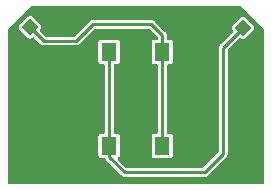
<source format=gbr>
%TF.GenerationSoftware,KiCad,Pcbnew,7.0.6*%
%TF.CreationDate,2023-09-26T13:21:33-07:00*%
%TF.ProjectId,snes_trigger_tactile,736e6573-5f74-4726-9967-6765725f7461,rev?*%
%TF.SameCoordinates,Original*%
%TF.FileFunction,Copper,L1,Top*%
%TF.FilePolarity,Positive*%
%FSLAX46Y46*%
G04 Gerber Fmt 4.6, Leading zero omitted, Abs format (unit mm)*
G04 Created by KiCad (PCBNEW 7.0.6) date 2023-09-26 13:21:33*
%MOMM*%
%LPD*%
G01*
G04 APERTURE LIST*
G04 Aperture macros list*
%AMRotRect*
0 Rectangle, with rotation*
0 The origin of the aperture is its center*
0 $1 length*
0 $2 width*
0 $3 Rotation angle, in degrees counterclockwise*
0 Add horizontal line*
21,1,$1,$2,0,0,$3*%
G04 Aperture macros list end*
%TA.AperFunction,SMDPad,CuDef*%
%ADD10R,1.300000X1.550000*%
%TD*%
%TA.AperFunction,ComponentPad*%
%ADD11RotRect,1.000000X1.000000X45.000000*%
%TD*%
%TA.AperFunction,ComponentPad*%
%ADD12RotRect,1.000000X1.000000X315.000000*%
%TD*%
%TA.AperFunction,Conductor*%
%ADD13C,0.250000*%
%TD*%
G04 APERTURE END LIST*
D10*
%TO.P,SW1,1,1*%
%TO.N,Net-(J2-Pin_1)*%
X60488822Y-28619932D03*
X60488822Y-20669932D03*
%TO.P,SW1,2,2*%
%TO.N,Net-(J1-Pin_1)*%
X64988822Y-28619932D03*
X64988822Y-20669932D03*
%TD*%
D11*
%TO.P,J1,1,Pin_1*%
%TO.N,Net-(J1-Pin_1)*%
X53797200Y-18592800D03*
%TD*%
D12*
%TO.P,J2,1,Pin_1*%
%TO.N,Net-(J2-Pin_1)*%
X71831200Y-18643600D03*
%TD*%
D13*
%TO.N,Net-(J1-Pin_1)*%
X64988822Y-20669932D02*
X64988822Y-28607600D01*
X54965600Y-19761200D02*
X57708800Y-19761200D01*
X53797200Y-18592800D02*
X54965600Y-19761200D01*
X59131200Y-18338800D02*
X64058800Y-18338800D01*
X57708800Y-19761200D02*
X59131200Y-18338800D01*
X64988822Y-19268822D02*
X64988822Y-20669932D01*
X64058800Y-18338800D02*
X64988822Y-19268822D01*
%TO.N,Net-(J2-Pin_1)*%
X61823600Y-30886400D02*
X68580000Y-30886400D01*
X68580000Y-30886400D02*
X70154800Y-29311600D01*
X60488822Y-20669932D02*
X60488822Y-28619932D01*
X70154800Y-29311600D02*
X70154800Y-20320000D01*
X70154800Y-20320000D02*
X71831200Y-18643600D01*
X60488822Y-29551622D02*
X61823600Y-30886400D01*
X60488822Y-28619932D02*
X60488822Y-29551622D01*
%TD*%
%TA.AperFunction,NonConductor*%
G36*
X71643469Y-16784185D02*
G01*
X71664111Y-16800819D01*
X73591181Y-18727888D01*
X73624666Y-18789211D01*
X73627500Y-18815569D01*
X73627500Y-31739500D01*
X73607815Y-31806539D01*
X73555011Y-31852294D01*
X73503500Y-31863500D01*
X52052963Y-31863500D01*
X51985924Y-31843815D01*
X51940169Y-31791011D01*
X51928963Y-31739500D01*
X51928963Y-29419610D01*
X59588322Y-29419610D01*
X59602854Y-29492667D01*
X59602855Y-29492671D01*
X59602856Y-29492672D01*
X59658221Y-29575533D01*
X59741081Y-29630897D01*
X59741082Y-29630898D01*
X59741086Y-29630899D01*
X59814143Y-29645431D01*
X59814146Y-29645432D01*
X59814148Y-29645432D01*
X60038741Y-29645432D01*
X60105780Y-29665117D01*
X60147795Y-29710414D01*
X60154876Y-29723497D01*
X60178996Y-29772833D01*
X60183564Y-29779231D01*
X60188404Y-29785449D01*
X60228793Y-29822631D01*
X61521449Y-31115286D01*
X61537577Y-31135145D01*
X61543516Y-31144236D01*
X61571532Y-31166041D01*
X61577293Y-31171130D01*
X61580082Y-31173919D01*
X61599083Y-31187485D01*
X61641300Y-31220344D01*
X61642411Y-31221209D01*
X61649304Y-31224939D01*
X61656396Y-31228406D01*
X61656401Y-31228410D01*
X61709002Y-31244070D01*
X61709003Y-31244070D01*
X61760938Y-31261900D01*
X61768672Y-31263190D01*
X61776510Y-31264167D01*
X61776512Y-31264168D01*
X61776513Y-31264167D01*
X61776514Y-31264168D01*
X61831356Y-31261900D01*
X68528196Y-31261900D01*
X68553641Y-31264539D01*
X68557440Y-31265335D01*
X68564268Y-31266767D01*
X68585225Y-31264154D01*
X68599492Y-31262377D01*
X68607168Y-31261900D01*
X68611112Y-31261900D01*
X68611114Y-31261900D01*
X68611116Y-31261899D01*
X68611122Y-31261899D01*
X68626487Y-31259334D01*
X68634140Y-31258057D01*
X68688626Y-31251266D01*
X68688627Y-31251265D01*
X68688629Y-31251265D01*
X68696141Y-31249028D01*
X68703606Y-31246466D01*
X68703606Y-31246465D01*
X68703610Y-31246465D01*
X68751877Y-31220344D01*
X68801211Y-31196226D01*
X68801213Y-31196223D01*
X68807594Y-31191668D01*
X68813819Y-31186822D01*
X68813826Y-31186819D01*
X68851008Y-31146428D01*
X70383689Y-29613746D01*
X70403546Y-29597622D01*
X70412636Y-29591684D01*
X70434451Y-29563654D01*
X70439519Y-29557916D01*
X70442320Y-29555117D01*
X70455888Y-29536113D01*
X70489609Y-29492789D01*
X70489610Y-29492783D01*
X70493343Y-29485887D01*
X70496806Y-29478803D01*
X70496810Y-29478799D01*
X70512473Y-29426187D01*
X70530300Y-29374260D01*
X70530300Y-29374255D01*
X70531595Y-29366495D01*
X70532569Y-29358686D01*
X70530300Y-29303831D01*
X70530300Y-20526898D01*
X70549985Y-20459859D01*
X70566619Y-20439217D01*
X71015750Y-19990086D01*
X71478355Y-19527481D01*
X71539676Y-19493998D01*
X71609368Y-19498982D01*
X71653715Y-19527483D01*
X71671510Y-19545278D01*
X71671513Y-19545280D01*
X71671517Y-19545284D01*
X71708647Y-19570094D01*
X71733458Y-19586673D01*
X71733460Y-19586674D01*
X71831198Y-19606115D01*
X71831200Y-19606115D01*
X71831202Y-19606115D01*
X71928939Y-19586674D01*
X71928941Y-19586673D01*
X71990883Y-19545284D01*
X72732884Y-18803283D01*
X72774273Y-18741341D01*
X72774274Y-18741339D01*
X72793715Y-18643602D01*
X72793715Y-18643597D01*
X72774274Y-18545860D01*
X72774273Y-18545858D01*
X72757694Y-18521047D01*
X72732884Y-18483917D01*
X72732880Y-18483913D01*
X72732877Y-18483909D01*
X71990890Y-17741922D01*
X71990886Y-17741919D01*
X71990883Y-17741916D01*
X71966071Y-17725337D01*
X71928941Y-17700526D01*
X71928939Y-17700525D01*
X71831202Y-17681085D01*
X71831198Y-17681085D01*
X71733460Y-17700525D01*
X71733458Y-17700526D01*
X71671517Y-17741916D01*
X71671509Y-17741922D01*
X70929522Y-18483909D01*
X70929516Y-18483917D01*
X70888126Y-18545858D01*
X70888125Y-18545860D01*
X70868685Y-18643597D01*
X70868685Y-18643602D01*
X70888125Y-18741339D01*
X70888126Y-18741341D01*
X70907464Y-18770281D01*
X70929516Y-18803283D01*
X70929519Y-18803286D01*
X70929522Y-18803290D01*
X70947315Y-18821083D01*
X70980800Y-18882406D01*
X70975816Y-18952098D01*
X70947315Y-18996445D01*
X69925908Y-20017852D01*
X69906054Y-20033976D01*
X69896965Y-20039914D01*
X69896964Y-20039915D01*
X69875163Y-20067923D01*
X69870086Y-20073674D01*
X69867284Y-20076477D01*
X69867274Y-20076488D01*
X69853705Y-20095495D01*
X69819992Y-20138808D01*
X69816247Y-20145729D01*
X69812788Y-20152804D01*
X69797129Y-20205403D01*
X69779300Y-20257338D01*
X69778006Y-20265092D01*
X69777031Y-20272911D01*
X69779300Y-20327755D01*
X69779300Y-29104700D01*
X69759615Y-29171739D01*
X69742981Y-29192381D01*
X68460781Y-30474581D01*
X68399458Y-30508066D01*
X68373100Y-30510900D01*
X62030499Y-30510900D01*
X61963460Y-30491215D01*
X61942818Y-30474581D01*
X61261021Y-29792783D01*
X61227536Y-29731460D01*
X61232520Y-29661768D01*
X61274392Y-29605835D01*
X61279792Y-29602012D01*
X61319423Y-29575533D01*
X61374788Y-29492672D01*
X61389322Y-29419606D01*
X61389322Y-27820258D01*
X61389322Y-27820255D01*
X61389321Y-27820253D01*
X61374789Y-27747196D01*
X61374788Y-27747192D01*
X61374787Y-27747192D01*
X61319423Y-27664331D01*
X61236562Y-27608966D01*
X61236561Y-27608965D01*
X61236557Y-27608964D01*
X61163499Y-27594432D01*
X61163496Y-27594432D01*
X60988322Y-27594432D01*
X60921283Y-27574747D01*
X60875528Y-27521943D01*
X60864322Y-27470432D01*
X60864322Y-21819432D01*
X60884007Y-21752393D01*
X60936811Y-21706638D01*
X60988322Y-21695432D01*
X61163498Y-21695432D01*
X61163499Y-21695431D01*
X61236562Y-21680898D01*
X61319423Y-21625533D01*
X61374788Y-21542672D01*
X61389322Y-21469606D01*
X61389322Y-19870258D01*
X61389322Y-19870255D01*
X61389321Y-19870253D01*
X61374789Y-19797196D01*
X61374788Y-19797192D01*
X61374787Y-19797191D01*
X61319423Y-19714331D01*
X61236562Y-19658966D01*
X61236561Y-19658965D01*
X61236557Y-19658964D01*
X61163499Y-19644432D01*
X61163496Y-19644432D01*
X59814148Y-19644432D01*
X59814145Y-19644432D01*
X59741086Y-19658964D01*
X59741082Y-19658965D01*
X59658221Y-19714331D01*
X59602855Y-19797192D01*
X59602854Y-19797196D01*
X59588322Y-19870253D01*
X59588322Y-21469610D01*
X59602854Y-21542667D01*
X59602855Y-21542671D01*
X59602856Y-21542672D01*
X59658221Y-21625533D01*
X59741082Y-21680898D01*
X59741086Y-21680899D01*
X59814143Y-21695431D01*
X59814146Y-21695432D01*
X59814148Y-21695432D01*
X59989322Y-21695432D01*
X60056361Y-21715117D01*
X60102116Y-21767921D01*
X60113322Y-21819432D01*
X60113322Y-27470432D01*
X60093637Y-27537471D01*
X60040833Y-27583226D01*
X59989322Y-27594432D01*
X59814145Y-27594432D01*
X59741086Y-27608964D01*
X59741082Y-27608965D01*
X59658221Y-27664331D01*
X59602855Y-27747192D01*
X59602854Y-27747196D01*
X59588322Y-27820253D01*
X59588322Y-29419610D01*
X51928963Y-29419610D01*
X51928963Y-18815568D01*
X51948648Y-18748529D01*
X51965277Y-18727892D01*
X52100367Y-18592802D01*
X52834685Y-18592802D01*
X52854125Y-18690539D01*
X52854126Y-18690541D01*
X52871896Y-18717134D01*
X52895516Y-18752483D01*
X52895518Y-18752485D01*
X52895522Y-18752490D01*
X53637510Y-19494478D01*
X53637513Y-19494480D01*
X53637517Y-19494484D01*
X53674647Y-19519294D01*
X53699458Y-19535873D01*
X53699460Y-19535874D01*
X53797198Y-19555315D01*
X53797200Y-19555315D01*
X53797202Y-19555315D01*
X53894939Y-19535874D01*
X53894941Y-19535873D01*
X53907497Y-19527483D01*
X53956883Y-19494484D01*
X53974682Y-19476684D01*
X54036004Y-19443198D01*
X54105696Y-19448181D01*
X54150046Y-19476683D01*
X54663449Y-19990086D01*
X54679577Y-20009945D01*
X54685516Y-20019036D01*
X54713532Y-20040841D01*
X54719293Y-20045930D01*
X54722082Y-20048719D01*
X54741083Y-20062285D01*
X54759331Y-20076488D01*
X54784411Y-20096009D01*
X54791304Y-20099739D01*
X54798396Y-20103206D01*
X54798401Y-20103210D01*
X54851003Y-20118870D01*
X54902938Y-20136700D01*
X54910672Y-20137990D01*
X54918510Y-20138967D01*
X54918512Y-20138968D01*
X54918513Y-20138967D01*
X54918514Y-20138968D01*
X54973356Y-20136700D01*
X57656996Y-20136700D01*
X57682441Y-20139339D01*
X57686240Y-20140135D01*
X57693068Y-20141567D01*
X57714025Y-20138954D01*
X57728292Y-20137177D01*
X57735968Y-20136700D01*
X57739912Y-20136700D01*
X57739914Y-20136700D01*
X57739916Y-20136699D01*
X57739922Y-20136699D01*
X57755287Y-20134134D01*
X57762940Y-20132857D01*
X57817426Y-20126066D01*
X57817427Y-20126065D01*
X57817429Y-20126065D01*
X57824941Y-20123828D01*
X57832406Y-20121266D01*
X57832406Y-20121265D01*
X57832410Y-20121265D01*
X57880677Y-20095144D01*
X57930011Y-20071026D01*
X57930013Y-20071023D01*
X57936394Y-20066468D01*
X57942619Y-20061622D01*
X57942626Y-20061619D01*
X57979808Y-20021228D01*
X58612997Y-19388039D01*
X59250418Y-18750619D01*
X59311741Y-18717134D01*
X59338099Y-18714300D01*
X63851901Y-18714300D01*
X63918940Y-18733985D01*
X63939582Y-18750619D01*
X64577002Y-19388039D01*
X64610487Y-19449362D01*
X64613321Y-19475720D01*
X64613321Y-19520432D01*
X64593636Y-19587471D01*
X64540832Y-19633226D01*
X64489321Y-19644432D01*
X64314145Y-19644432D01*
X64241086Y-19658964D01*
X64241082Y-19658965D01*
X64158221Y-19714331D01*
X64102855Y-19797192D01*
X64102854Y-19797196D01*
X64088322Y-19870253D01*
X64088322Y-21469610D01*
X64102854Y-21542667D01*
X64102855Y-21542671D01*
X64102856Y-21542672D01*
X64158221Y-21625533D01*
X64241082Y-21680898D01*
X64241086Y-21680899D01*
X64314143Y-21695431D01*
X64314146Y-21695432D01*
X64314148Y-21695432D01*
X64489322Y-21695432D01*
X64556361Y-21715117D01*
X64602116Y-21767921D01*
X64613322Y-21819432D01*
X64613322Y-27470432D01*
X64593637Y-27537471D01*
X64540833Y-27583226D01*
X64489322Y-27594432D01*
X64314145Y-27594432D01*
X64241086Y-27608964D01*
X64241082Y-27608965D01*
X64158221Y-27664331D01*
X64102855Y-27747192D01*
X64102854Y-27747196D01*
X64088322Y-27820253D01*
X64088322Y-29419610D01*
X64102854Y-29492667D01*
X64102855Y-29492671D01*
X64102856Y-29492672D01*
X64158221Y-29575533D01*
X64241081Y-29630897D01*
X64241082Y-29630898D01*
X64241086Y-29630899D01*
X64314143Y-29645431D01*
X64314146Y-29645432D01*
X64314148Y-29645432D01*
X65663498Y-29645432D01*
X65663499Y-29645431D01*
X65736562Y-29630898D01*
X65819423Y-29575533D01*
X65874788Y-29492672D01*
X65889322Y-29419606D01*
X65889322Y-27820258D01*
X65889322Y-27820255D01*
X65889321Y-27820253D01*
X65874789Y-27747196D01*
X65874788Y-27747192D01*
X65874787Y-27747191D01*
X65819423Y-27664331D01*
X65736562Y-27608966D01*
X65736561Y-27608965D01*
X65736557Y-27608964D01*
X65663499Y-27594432D01*
X65663496Y-27594432D01*
X65488322Y-27594432D01*
X65421283Y-27574747D01*
X65375528Y-27521943D01*
X65364322Y-27470432D01*
X65364322Y-21819432D01*
X65384007Y-21752393D01*
X65436811Y-21706638D01*
X65488322Y-21695432D01*
X65663498Y-21695432D01*
X65663499Y-21695431D01*
X65736562Y-21680898D01*
X65819423Y-21625533D01*
X65874788Y-21542672D01*
X65889322Y-21469606D01*
X65889322Y-19870258D01*
X65889322Y-19870255D01*
X65889321Y-19870253D01*
X65874789Y-19797196D01*
X65874788Y-19797192D01*
X65874787Y-19797192D01*
X65819423Y-19714331D01*
X65736562Y-19658966D01*
X65736561Y-19658965D01*
X65736557Y-19658964D01*
X65663499Y-19644432D01*
X65663496Y-19644432D01*
X65488322Y-19644432D01*
X65421283Y-19624747D01*
X65375528Y-19571943D01*
X65364322Y-19520433D01*
X65364321Y-19320629D01*
X65366961Y-19295176D01*
X65369189Y-19284554D01*
X65367123Y-19267982D01*
X65364799Y-19249328D01*
X65364322Y-19241652D01*
X65364322Y-19237711D01*
X65364320Y-19237698D01*
X65360479Y-19214681D01*
X65353688Y-19160198D01*
X65353688Y-19160196D01*
X65353686Y-19160192D01*
X65351444Y-19152662D01*
X65348887Y-19145214D01*
X65348887Y-19145212D01*
X65322766Y-19096944D01*
X65298648Y-19047611D01*
X65298646Y-19047609D01*
X65298646Y-19047608D01*
X65294098Y-19041238D01*
X65289242Y-19034998D01*
X65289241Y-19034996D01*
X65248851Y-18997814D01*
X64360949Y-18109911D01*
X64344822Y-18090052D01*
X64338886Y-18080967D01*
X64338883Y-18080963D01*
X64310874Y-18059163D01*
X64305110Y-18054072D01*
X64302315Y-18051277D01*
X64283305Y-18037706D01*
X64239989Y-18003990D01*
X64233074Y-18000248D01*
X64226000Y-17996790D01*
X64173396Y-17981129D01*
X64121458Y-17963299D01*
X64113723Y-17962008D01*
X64105885Y-17961031D01*
X64051044Y-17963300D01*
X59183004Y-17963300D01*
X59157557Y-17960661D01*
X59154913Y-17960106D01*
X59146929Y-17958432D01*
X59111709Y-17962823D01*
X59104032Y-17963300D01*
X59100086Y-17963300D01*
X59082806Y-17966183D01*
X59077046Y-17967144D01*
X59022568Y-17973935D01*
X59015044Y-17976175D01*
X59007592Y-17978734D01*
X58959319Y-18004857D01*
X58909990Y-18028972D01*
X58903598Y-18033535D01*
X58897374Y-18038380D01*
X58880418Y-18056799D01*
X58860203Y-18078758D01*
X58211074Y-18727888D01*
X57589581Y-19349381D01*
X57528258Y-19382866D01*
X57501900Y-19385700D01*
X55172499Y-19385700D01*
X55105460Y-19366015D01*
X55084818Y-19349381D01*
X54681083Y-18945645D01*
X54647598Y-18884322D01*
X54652582Y-18814630D01*
X54681083Y-18770283D01*
X54698884Y-18752483D01*
X54740273Y-18690541D01*
X54740274Y-18690539D01*
X54759715Y-18592802D01*
X54759715Y-18592797D01*
X54740274Y-18495060D01*
X54740273Y-18495058D01*
X54723694Y-18470247D01*
X54698884Y-18433117D01*
X54698880Y-18433113D01*
X54698878Y-18433110D01*
X53956890Y-17691122D01*
X53956886Y-17691119D01*
X53956883Y-17691116D01*
X53932071Y-17674537D01*
X53894941Y-17649726D01*
X53894939Y-17649725D01*
X53797202Y-17630285D01*
X53797198Y-17630285D01*
X53699460Y-17649725D01*
X53699458Y-17649726D01*
X53637517Y-17691116D01*
X53637509Y-17691122D01*
X52895522Y-18433109D01*
X52895516Y-18433117D01*
X52854126Y-18495058D01*
X52854125Y-18495060D01*
X52834685Y-18592797D01*
X52834685Y-18592802D01*
X52100367Y-18592802D01*
X53892351Y-16800819D01*
X53953674Y-16767334D01*
X53980032Y-16764500D01*
X71576430Y-16764500D01*
X71643469Y-16784185D01*
G37*
%TD.AperFunction*%
M02*

</source>
